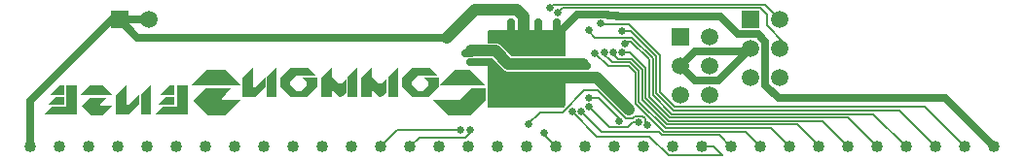
<source format=gbr>
G04 DipTrace 3.0.0.2*
G04 Bottom.gbr*
%MOIN*%
G04 #@! TF.FileFunction,Copper,L2,Bot*
G04 #@! TF.Part,Single*
%AMOUTLINE15*
4,1,4,
-0.078878,-0.025644,
0.078878,-0.025644,
0.027588,0.025644,
-0.027588,0.025644,
-0.078878,-0.025644,
0*%
%AMOUTLINE18*
4,1,7,
0.089072,0.046454,
0.040937,0.046454,
-0.000157,0.00536,
-0.089177,0.00536,
-0.037364,-0.046454,
0.037152,-0.046454,
0.089177,0.00557,
0.089072,0.046454,
0*%
%AMOUTLINE21*
4,1,17,
-0.007217,-0.030899,
-0.028378,-0.009528,
-0.028378,0.002314,
-0.006165,0.024594,
0.055633,0.024524,
0.028797,0.051499,
-0.028448,0.051499,
-0.06264,0.017306,
-0.062849,-0.016886,
-0.028026,-0.051499,
0.028026,-0.051499,
0.062849,-0.016815,
0.062849,0.017307,
0.012541,0.017236,
0.027466,0.002312,
0.027466,-0.009529,
0.006165,-0.0309,
-0.007217,-0.030899,
0*%
%AMOUTLINE24*
4,1,4,
0.017727,0.051499,
-0.017727,0.016045,
-0.017727,-0.051499,
0.017727,-0.051499,
0.017727,0.051499,
0*%
%AMOUTLINE27*
4,1,12,
-0.006446,0.051499,
-0.0419,0.016045,
-0.0419,-0.051499,
-0.006446,-0.051499,
-0.006446,-0.025504,
0.019479,-0.051499,
0.025154,-0.051499,
0.0419,-0.034823,
0.0419,0.01044,
0.028448,-0.003083,
0.014434,-0.003012,
-0.006446,0.017867,
-0.006446,0.051499,
0*%
%AMOUTLINE30*
4,1,12,
-0.006446,0.051499,
-0.0419,0.016045,
-0.0419,-0.051499,
-0.006446,-0.051499,
-0.006446,-0.025504,
0.019478,-0.051499,
0.025154,-0.051499,
0.0419,-0.034823,
0.0419,0.01044,
0.028448,-0.003083,
0.014433,-0.003012,
-0.006446,0.017867,
-0.006446,0.051499,
0*%
%AMOUTLINE33*
4,1,17,
-0.007218,-0.030899,
-0.028378,-0.009528,
-0.028378,0.002314,
-0.006167,0.024594,
0.055633,0.024524,
0.028797,0.051499,
-0.028448,0.051499,
-0.06264,0.017306,
-0.062849,-0.016886,
-0.028026,-0.051499,
0.028026,-0.051499,
0.062849,-0.016815,
0.062849,0.017307,
0.012541,0.017236,
0.027465,0.002312,
0.027465,-0.009529,
0.006165,-0.0309,
-0.007218,-0.030899,
0*%
%AMOUTLINE36*
4,1,4,
0.017727,0.051499,
-0.017727,0.016115,
-0.017727,-0.051499,
0.017727,-0.051499,
0.017727,0.051499,
0*%
%AMOUTLINE39*
4,1,8,
0.038608,0.017306,
0.004344,-0.016886,
-0.003083,-0.016886,
-0.003083,0.051499,
-0.038608,0.016115,
-0.038608,-0.051499,
0.004064,-0.051499,
0.038608,-0.016886,
0.038608,0.017306,
0*%
%AMOUTLINE42*
4,1,4,
-0.082819,-0.025644,
0.082819,-0.025644,
0.03153,0.025644,
-0.031425,0.025644,
-0.082819,-0.025644,
0*%
%AMOUTLINE45*
4,1,9,
-0.07935,-0.000106,
-0.033001,-0.046455,
0.027642,-0.046455,
0.07935,0.005465,
0.016815,0.005465,
0.017025,0.013556,
0.0495,0.046348,
-0.038469,0.046455,
-0.079248,0.005361,
-0.07935,-0.000106,
0*%
%AMOUTLINE48*
4,1,6,
0.055143,0.051499,
0.019689,0.051499,
0.019689,-0.024383,
-0.027957,-0.024383,
-0.055143,-0.051499,
0.055143,-0.051499,
0.055143,0.051499,
0*%
%AMOUTLINE51*
4,1,4,
0.027396,0.013663,
0.00014,0.013663,
-0.027396,-0.013663,
0.027396,-0.013663,
0.027396,0.013663,
0*%
%AMOUTLINE54*
4,1,4,
0.024138,0.017096,
0.010125,0.017096,
-0.024138,-0.017096,
0.024138,-0.017096,
0.024138,0.017096,
0*%
%AMOUTLINE58*
4,1,4,
-0.055213,-0.017096,
0.055213,-0.017096,
0.02102,0.017096,
-0.02095,0.017096,
-0.055213,-0.017096,
0*%
%AMOUTLINE61*
4,1,9,
-0.0529,-0.00007,
-0.022001,-0.03097,
0.018428,-0.03097,
0.0529,0.003643,
0.01121,0.003643,
0.011353,0.009038,
0.033004,0.030899,
-0.025643,0.03097,
-0.052828,0.003573,
-0.0529,-0.00007,
0*%
G04 #@! TA.AperFunction,Conductor*
%ADD13C,0.008*%
G04 #@! TA.AperFunction,ViaPad*
%ADD15C,0.025*%
%ADD17C,0.04*%
G04 #@! TA.AperFunction,CopperBalancing*
%ADD20C,0.006*%
G04 #@! TA.AperFunction,Conductor*
%ADD24C,0.028*%
G04 #@! TA.AperFunction,ComponentPad*
%ADD25C,0.04*%
%ADD33R,0.059055X0.059055*%
%ADD34C,0.059055*%
G04 #@! TA.AperFunction,ViaPad*
%ADD45C,0.03*%
%ADD102OUTLINE15*%
%ADD105OUTLINE18*%
%ADD108OUTLINE21*%
%ADD111OUTLINE24*%
%ADD114OUTLINE27*%
%ADD117OUTLINE30*%
%ADD120OUTLINE33*%
%ADD123OUTLINE36*%
%ADD126OUTLINE39*%
%ADD129OUTLINE42*%
%ADD132OUTLINE45*%
%ADD135OUTLINE48*%
%ADD138OUTLINE51*%
%ADD141OUTLINE54*%
%ADD145OUTLINE58*%
%ADD148OUTLINE61*%
%FSLAX26Y26*%
G04*
G70*
G90*
G75*
G01*
G04 Bottom*
%LPD*%
X1930701Y766672D2*
D15*
X1949701D1*
Y774672D1*
D17*
X2032701D1*
X2077701Y729672D1*
X2332701D1*
D15*
X2325701Y722672D1*
X2345701D1*
X2178701Y872672D2*
Y810672D1*
X2141701Y773672D1*
X2075701Y915672D2*
D17*
X2105701D1*
X2128701Y892672D1*
Y817672D1*
X2147701Y798672D1*
X2225701D1*
D15*
X2238701Y811672D1*
X2084701Y872672D2*
Y830672D1*
D20*
X2141701Y773672D1*
X2344701Y682672D2*
D17*
X2148701D1*
D13*
X2141701Y689672D1*
X2242701Y872672D2*
D15*
Y815672D1*
X2238701Y811672D1*
X1947701Y735672D2*
X2008701D1*
D13*
X2059701Y684672D1*
X2136701D1*
X2141701Y689672D1*
Y773672D2*
X2200701D1*
X2238701Y811672D1*
X2084701Y872672D2*
Y825672D1*
X2069701Y810672D1*
X2042701D1*
X2040701Y812672D1*
X1866701Y820672D2*
D17*
X1961701Y915672D1*
X2075701D1*
X2446630Y897672D2*
D15*
X2419701D1*
X2417701Y899672D1*
X2312701D1*
X2224701Y811672D1*
X2238701D1*
X2490701Y572672D2*
D17*
X2380701Y682672D1*
X2344701D1*
X2667701Y722672D2*
D24*
X2717701Y772672D1*
X2897701D1*
X2907701Y782672D1*
X2667701Y722672D2*
X2717701Y672672D1*
X2797701D1*
X2907701Y782672D1*
X1866701Y820672D2*
D15*
X807730D1*
X745701Y882701D1*
X845701D1*
X745701D2*
X719701D1*
X439701Y602701D1*
Y445701D1*
X3739701D2*
Y444701D1*
X3572701Y611701D1*
X3003672D1*
X2957701Y657672D1*
Y806672D1*
X2931701Y832672D1*
X2863701D1*
X2802701Y893672D1*
X2450630D1*
X2446630Y897672D1*
X2351701Y613672D2*
D20*
X2387701D1*
X2457701Y543672D1*
Y532672D1*
X2456701Y533672D1*
X2351701Y582672D2*
X2422672Y511701D1*
X2484701D1*
X2501701Y528701D1*
X2522701D1*
X2247701Y906672D2*
X2246701D1*
X2261701Y921672D1*
X2940701D1*
X2961701Y900672D1*
Y861672D1*
X3020701Y802672D1*
Y782672D1*
X3007701D1*
X2218701Y923672D2*
X2228701Y933672D1*
X2956701D1*
X3007701Y882672D1*
X2145701Y521672D2*
X2143701D1*
X2184701Y562672D1*
X2261701D1*
X2337701Y638672D1*
X2382701D1*
X2478672Y542701D1*
X2501701D1*
X2509701Y550701D1*
X2536701D1*
X2545701Y541701D1*
Y528701D1*
X2553701Y520701D1*
X2199701Y491701D2*
Y485701D1*
X2239701Y445701D1*
X2294701Y564672D2*
X2379672Y479701D1*
X2560701D1*
X2624701Y415701D1*
X2808701D1*
X2778701Y445701D1*
X2739701D1*
X2325701Y564672D2*
X2395672Y494701D1*
X2593701D1*
X2603701Y484701D1*
X2798701D1*
X2840701Y442701D1*
Y447701D1*
X2838701Y445701D1*
X2839701D1*
X2373701Y767672D2*
X2418701Y722672D1*
X2488701D1*
X2511701Y699672D1*
Y593672D1*
X2608672Y496701D1*
X2888701D1*
X2939701Y445701D1*
X2404701Y768672D2*
X2397701D1*
X2431701Y734672D1*
X2493701D1*
X2523701Y704672D1*
Y599672D1*
X2614672Y508701D1*
X2976701D1*
X3039701Y445701D1*
X3139701D2*
Y448701D1*
X3066730Y521672D1*
X2619701D1*
X2535701Y605672D1*
Y709672D1*
X2498701Y746672D1*
X2451701D1*
X2429701Y768672D1*
X2435701D1*
X2466701Y769672D2*
X2492701D1*
X2547701Y714672D1*
Y611672D1*
X2625701Y533672D1*
X3151730D1*
X3239701Y445701D1*
X3339701D2*
X3239730Y545672D1*
X2630701D1*
X2559701Y616672D1*
Y744672D1*
X2496701Y807672D1*
X2477701D1*
Y798672D1*
X2352701Y847672D2*
Y841672D1*
X2373701Y820672D1*
X2500701D1*
X2571701Y749672D1*
Y623672D1*
X2637701Y557672D1*
X3327730D1*
X3439701Y445701D1*
X2466701Y842672D2*
X2496701D1*
X2583701Y755672D1*
Y628672D1*
X2642701Y569672D1*
X3415730D1*
X3539701Y445701D1*
X2393701Y868672D2*
X2395701D1*
X2394701Y867672D2*
X2488701D1*
X2595701Y760672D1*
Y633672D1*
X2647701Y581672D1*
X3503730D1*
X3639701Y445701D1*
X1946701Y503701D2*
X1954701D1*
X1928701Y477701D1*
X1771701D1*
X1739701Y445701D1*
X1913701Y503701D2*
X1697701D1*
X1639701Y445701D1*
D15*
X1930701Y766672D3*
X2345701Y722672D3*
D3*
D17*
X2344701Y682672D3*
D15*
X1947701Y735672D3*
D17*
X1866701Y820672D3*
D45*
X2446630Y897672D3*
D17*
X2490701Y572672D3*
X2344701Y682672D3*
X1866701Y820672D3*
D45*
X2446630Y897672D3*
D15*
X2351701Y613672D3*
X2456701Y533672D3*
X2351701Y582672D3*
X2522701Y528701D3*
X2247701Y906672D3*
X2218701Y923672D3*
X2145701Y521672D3*
X2553701Y520701D3*
X2199701Y491701D3*
X1946701Y503701D3*
X1913701D3*
X2242701Y872672D3*
X2373701Y767672D3*
X2404701Y768672D3*
X2435701D3*
X2466701Y769672D3*
X2477701Y798672D3*
X2352701Y847672D3*
X2466701Y842672D3*
X2393701Y868672D3*
X2040701Y812672D3*
X2038701Y611672D3*
X2238701Y613672D3*
Y811672D3*
X2141701Y689672D3*
Y773672D3*
X2084701Y872672D3*
X2178701D3*
D17*
X2075701Y915672D3*
D15*
X2294701Y564672D3*
X2325701D3*
X2010301Y836803D2*
D20*
X2270101D1*
X2010301Y830935D2*
X2270101D1*
X2010301Y825066D2*
X2270101D1*
X2010301Y819197D2*
X2270101D1*
X2010301Y813328D2*
X2270101D1*
X2010301Y807460D2*
X2270101D1*
X2044689Y801591D2*
X2270101D1*
X2053572Y795722D2*
X2270101D1*
X2059456Y789853D2*
X2270101D1*
X2065327Y783984D2*
X2270101D1*
X2071185Y778116D2*
X2270101D1*
X2077057Y772247D2*
X2270101D1*
X2082928Y766378D2*
X2270101D1*
X2088799Y760509D2*
X2270101D1*
X2010301Y742903D2*
X2022537D1*
X2010301Y737034D2*
X2028407D1*
X2010301Y731166D2*
X2034278D1*
X2010301Y725297D2*
X2040138D1*
X2010301Y719428D2*
X2046009D1*
X2010301Y713559D2*
X2051881D1*
X2010301Y707691D2*
X2057834D1*
X2010301Y701822D2*
X2068239D1*
X2010301Y695953D2*
X2270101D1*
X2010301Y690084D2*
X2270101D1*
X2010301Y684215D2*
X2270101D1*
X2010301Y678347D2*
X2270101D1*
X2010301Y672478D2*
X2270101D1*
X2010301Y666609D2*
X2270101D1*
X2010301Y660740D2*
X2270101D1*
X2010301Y654872D2*
X2270101D1*
X2010301Y649003D2*
X2270101D1*
X2010301Y643134D2*
X2270101D1*
X2010301Y637265D2*
X2270101D1*
X2010301Y631397D2*
X2270101D1*
X2010301Y625528D2*
X2270101D1*
X2010301Y619659D2*
X2270101D1*
X2010301Y613790D2*
X2270101D1*
X2010301Y607921D2*
X2270101D1*
X2010301Y602053D2*
X2270101D1*
X2010301Y596184D2*
X2270101D1*
X2010301Y590315D2*
X2270101D1*
X2010301Y584446D2*
X2265583D1*
X2009689Y803912D2*
X2032701D1*
X2034995Y803822D1*
X2037276Y803553D1*
X2039526Y803104D1*
X2041736Y802481D1*
X2043891Y801687D1*
X2045975Y800725D1*
X2047979Y799604D1*
X2049887Y798328D1*
X2051691Y796907D1*
X2053377Y795348D1*
X2089828Y758897D1*
X2270721Y758912D1*
X2270701Y842672D1*
X2009701D1*
Y803895D1*
X2020618Y745432D2*
X2009697D1*
X2009701Y581672D1*
X2263400D1*
X2270721Y589002D1*
X2270701Y700441D1*
X2077701Y700432D1*
X2075407Y700523D1*
X2073126Y700792D1*
X2070876Y701240D1*
X2068666Y701864D1*
X2066511Y702658D1*
X2064427Y703620D1*
X2062423Y704740D1*
X2060515Y706016D1*
X2058711Y707437D1*
X2057025Y708996D1*
X2020574Y745448D1*
D25*
X3739701Y445701D3*
X3639701D3*
X3539701D3*
X3439701D3*
X3339701D3*
X3239701D3*
X3139701D3*
X3039701D3*
X2939701D3*
X2839701D3*
X2739701D3*
X2639701D3*
X2539701D3*
X2439701D3*
X2339701D3*
X2239701D3*
X2139701D3*
X2039701D3*
X1939701D3*
X1839701D3*
X1739701D3*
X1639701D3*
X1539701D3*
X1439701D3*
X1339701D3*
X1239701D3*
X1139701D3*
X1039701D3*
X939701D3*
X839701D3*
X739701D3*
X639701D3*
X539701D3*
X439701D3*
D33*
X2907701Y882672D3*
D34*
X3007701D3*
X2907701Y782672D3*
X3007701D3*
X2907701Y682672D3*
X3007701D3*
D33*
X2667701Y822672D3*
D34*
X2767701D3*
X2667701Y722672D3*
X2767701D3*
X2667701Y622672D3*
X2767701D3*
D33*
X745701Y882701D3*
D34*
X845701D3*
D102*
X1920701Y681701D3*
D105*
X1910192Y599302D3*
D108*
X1774751Y665253D3*
D111*
X1681702Y665255D3*
D114*
X1615979D3*
D111*
X1543810D3*
D117*
X1478088D3*
D120*
X1360797Y665253D3*
D123*
X1267747Y665255D3*
D126*
X1205318D3*
D129*
X1076580Y682109D3*
D132*
X1080049Y599713D3*
D135*
X921255Y605066D3*
D138*
X907450Y601843D3*
D141*
X910709Y639469D3*
D123*
X835633Y605066D3*
D126*
X773202D3*
D145*
X666141Y639469D3*
D148*
X668453Y584537D3*
D135*
X542334Y605066D3*
D138*
X528529Y601843D3*
D141*
X531788Y639469D3*
M02*

</source>
